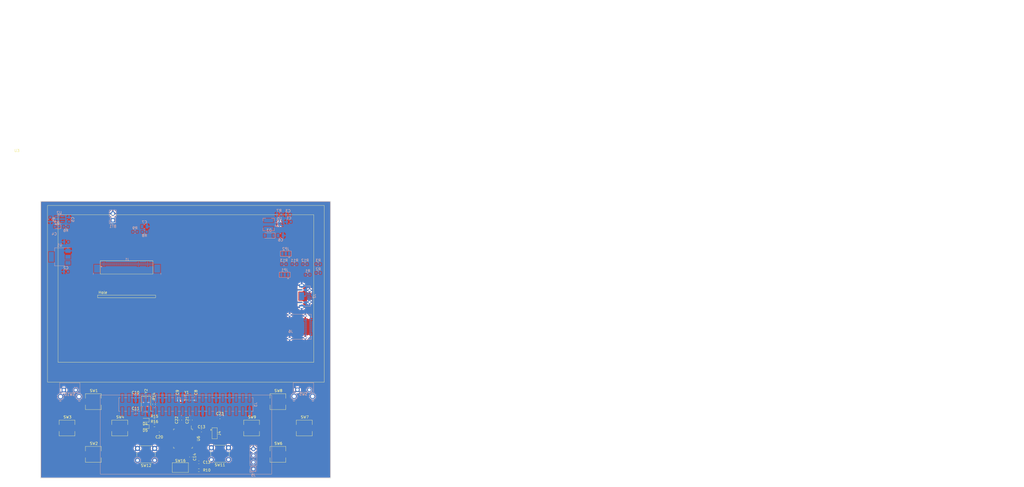
<source format=kicad_pcb>
(kicad_pcb (version 20211014) (generator pcbnew)
  (layers (0 "F.Cu" signal) (1 "In1.Cu" signal) (2 "In2.Cu" signal) (31 "B.Cu" signal) (34 "B.Paste" user) (35 "F.Paste" user) (36 "B.SilkS" user "B.Silkscreen") (37 "F.SilkS" user "F.Silkscreen") (38 "B.Mask" user) (39 "F.Mask" user) (44 "Edge.Cuts" user))
  (net 0 "")
  (net 1 "GND")
  (net 2 "3V7")
  (net 3 "Net-(C3-Pad1)")
  (net 4 "3V3")
  (net 5 "/LED_A")
  (net 6 "/PC14")
  (net 7 "/PC15")
  (net 8 "/PD0")
  (net 9 "/PD1")
  (net 10 "/STM32_RESET")
  (net 11 "Net-(D2-Pad1)")
  (net 12 "5V_USB")
  (net 13 "Net-(D3-Pad2)")
  (net 14 "Net-(D4-Pad1)")
  (net 15 "Net-(D5-Pad1)")
  (net 16 "/LED_K")
  (net 17 "/R6")
  (net 18 "/R7")
  (net 19 "/R2")
  (net 20 "/R3")
  (net 21 "/R4")
  (net 22 "/R5")
  (net 23 "/G6")
  (net 24 "/G7")
  (net 25 "/G2")
  (net 26 "/G3")
  (net 27 "/G4")
  (net 28 "/G5")
  (net 29 "/B6")
  (net 30 "/B7")
  (net 31 "/B2")
  (net 32 "/B3")
  (net 33 "/B4")
  (net 34 "/B5")
  (net 35 "/PCLK")
  (net 36 "/HSYNC")
  (net 37 "/VSYNC")
  (net 38 "/DE")
  (net 44 "Net-(J2-Pad2)")
  (net 45 "Net-(J2-Pad3)")
  (net 46 "/5V0")
  (net 47 "/GPIO27")
  (net 48 "/GPIO22")
  (net 49 "/GPIO23")
  (net 50 "/GPIO24")
  (net 51 "/GPIO25")
  (net 52 "/GPIO26")
  (net 53 "/BOOT0")
  (net 54 "/SWDIO")
  (net 55 "/SWCLK")
  (net 56 "Net-(J6-PadA6)")
  (net 57 "Net-(J6-PadA7)")
  (net 58 "Net-(JP1-Pad2)")
  (net 59 "Net-(JP2-Pad2)")
  (net 60 "/PA11")
  (net 61 "/PA12")
  (net 62 "Net-(R5-Pad2)")
  (net 63 "Net-(R6-Pad2)")
  (net 64 "/PC13")
  (net 65 "/KEY_UP")
  (net 66 "/KEY_DOWN")
  (net 67 "/KEY_LEFT")
  (net 68 "/KEY_RIGHT")
  (net 69 "/LEFT_TRIGGER")
  (net 70 "/KEY_A")
  (net 71 "/KEY_B")
  (net 72 "/KEY_C")
  (net 73 "/KEY_D")
  (net 74 "/RIGHT_TRIGGER")
  (net 75 "/START")
  (net 76 "/SELECT")
  (net 77 "/Backlight_CTRL")
  (footprint "Capacitor_SMD:C_0603_1608Metric" (layer "F.Cu") (at 152.7 139.5 -90)
    (fp_text reference "C14" (at 0 -1.43 90) (layer "F.SilkS"))
    (fp_text value "100nF")
    (pad "1" smd roundrect (at -0.775 0 270) (size 0.9 0.95) (layers "F.Cu" "F.Paste" "F.Mask") (net 4 "3V3"))
    (pad "2" smd roundrect (at 0.775 0 270) (size 0.9 0.95) (layers "F.Cu" "F.Paste" "F.Mask") (net 1 "GND"))
  )
  (footprint "YZ-Connector:SW_TL9210AF180Q" (layer "F.Cu") (at 115.7 138.5)
    (fp_text reference "SW2" (at 0.175 -4.135) (layer "F.SilkS"))
    (fp_text value "SW_Push")
    (pad "1" smd rect (at -3 0) (size 2 1.8) (layers "F.Cu" "F.Paste" "F.Mask") (net 66 "/KEY_DOWN"))
    (pad "2" smd rect (at 3 0) (size 2 1.8) (layers "F.Cu" "F.Paste" "F.Mask") (net 1 "GND"))
  )
  (footprint "Capacitor_SMD:C_0603_1608Metric" (layer "F.Cu") (at 131.7 122.5)
    (fp_text reference "C11" (at 0 -1.43) (layer "F.SilkS"))
    (fp_text value "20p")
    (pad "1" smd roundrect (at -0.775 0) (size 0.9 0.95) (layers "F.Cu" "F.Paste" "F.Mask") (net 1 "GND"))
    (pad "2" smd roundrect (at 0.775 0) (size 0.9 0.95) (layers "F.Cu" "F.Paste" "F.Mask") (net 9 "/PD1"))
  )
  (footprint "Jumper:SolderJumper-3_P1.3mm_Open_Pad1.0x1.5mm" (layer "F.Cu") (at 161.7 130.5 -90)
    (fp_text reference "J4" (at 0 -1.8 90) (layer "F.SilkS"))
    (fp_text value "Conn_01x03")
    (pad "1" smd rect (at -1.3 0 270) (size 1 1.5) (layers "F.Cu" "F.Mask") (net 4 "3V3"))
    (pad "2" smd rect (at 0 0 270) (size 1 1.5) (layers "F.Cu" "F.Mask") (net 53 "/BOOT0"))
    (pad "3" smd rect (at 1.3 0 270) (size 1 1.5) (layers "F.Cu" "F.Mask") (net 1 "GND"))
  )
  (footprint "Capacitor_SMD:C_0603_1608Metric" (layer "F.Cu") (at 156.7 129.5)
    (fp_text reference "C13" (at 0 -1.43) (layer "F.SilkS"))
    (fp_text value "100nF")
    (pad "1" smd roundrect (at -0.775 0) (size 0.9 0.95) (layers "F.Cu" "F.Paste" "F.Mask") (net 4 "3V3"))
    (pad "2" smd roundrect (at 0.775 0) (size 0.9 0.95) (layers "F.Cu" "F.Paste" "F.Mask") (net 1 "GND"))
  )
  (footprint "Capacitor_SMD:C_0603_1608Metric" (layer "F.Cu") (at 131.7 116.5)
    (fp_text reference "C10" (at 0 -1.43) (layer "F.SilkS"))
    (fp_text value "20p")
    (pad "1" smd roundrect (at -0.775 0) (size 0.9 0.95) (layers "F.Cu" "F.Paste" "F.Mask") (net 1 "GND"))
    (pad "2" smd roundrect (at 0.775 0) (size 0.9 0.95) (layers "F.Cu" "F.Paste" "F.Mask") (net 8 "/PD0"))
  )
  (footprint "Resistor_SMD:R_0603_1608Metric" (layer "F.Cu") (at 138.875 127.5)
    (fp_text reference "R16" (at 0 -1.43) (layer "F.SilkS"))
    (fp_text value "510")
    (pad "1" smd roundrect (at -0.825 0) (size 0.8 0.95) (layers "F.Cu" "F.Paste" "F.Mask") (net 15 "Net-(D5-Pad1)"))
    (pad "2" smd roundrect (at 0.825 0) (size 0.8 0.95) (layers "F.Cu" "F.Paste" "F.Mask") (net 64 "/PC13"))
  )
  (footprint "Capacitor_SMD:C_0603_1608Metric" (layer "F.Cu") (at 140.7 130.5 180)
    (fp_text reference "C20" (at 0 -1.43) (layer "F.SilkS"))
    (fp_text value "100nF")
    (pad "1" smd roundrect (at -0.775 0 180) (size 0.9 0.95) (layers "F.Cu" "F.Paste" "F.Mask") (net 4 "3V3"))
    (pad "2" smd roundrect (at 0.775 0 180) (size 0.9 0.95) (layers "F.Cu" "F.Paste" "F.Mask") (net 1 "GND"))
  )
  (footprint "Capacitor_SMD:C_0603_1608Metric" (layer "F.Cu") (at 163.7 124.5)
    (fp_text reference "C23" (at 0 -1.43) (layer "F.SilkS"))
    (fp_text value "100nF")
    (pad "1" smd roundrect (at -0.775 0) (size 0.9 0.95) (layers "F.Cu" "F.Paste" "F.Mask") (net 4 "3V3"))
    (pad "2" smd roundrect (at 0.775 0) (size 0.9 0.95) (layers "F.Cu" "F.Paste" "F.Mask") (net 1 "GND"))
  )
  (footprint "YZ-Connector:SW_TL9210AF180Q" (layer "F.Cu") (at 185.7 138.5)
    (fp_text reference "SW6" (at 0.175 -4.135) (layer "F.SilkS"))
    (fp_text value "SW_Push")
    (pad "1" smd rect (at -3 0) (size 2 1.8) (layers "F.Cu" "F.Paste" "F.Mask") (net 70 "/KEY_A"))
    (pad "2" smd rect (at 3 0) (size 2 1.8) (layers "F.Cu" "F.Paste" "F.Mask") (net 1 "GND"))
  )
  (footprint "Resistor_SMD:R_0603_1608Metric" (layer "F.Cu") (at 155.7 144.5)
    (fp_text reference "R10" (at 3 0) (layer "F.SilkS"))
    (fp_text value "10k")
    (pad "1" smd roundrect (at -0.825 0) (size 0.8 0.95) (layers "F.Cu" "F.Paste" "F.Mask") (net 4 "3V3"))
    (pad "2" smd roundrect (at 0.825 0) (size 0.8 0.95) (layers "F.Cu" "F.Paste" "F.Mask") (net 10 "/STM32_RESET"))
  )
  (footprint "LED_SMD:LED_0603_1608Metric" (layer "F.Cu") (at 135.345 125.5 180)
    (fp_text reference "D4" (at 0 -1.43) (layer "F.SilkS"))
    (fp_text value "LED")
    (pad "1" smd roundrect (at -0.7875 0 180) (size 0.875 0.95) (layers "F.Cu" "F.Paste" "F.Mask") (net 14 "Net-(D4-Pad1)"))
    (pad "2" smd roundrect (at 0.7875 0 180) (size 0.875 0.95) (layers "F.Cu" "F.Paste" "F.Mask") (net 4 "3V3"))
  )
  (footprint "Package_QFP:LQFP-48_7x7mm_P0.5mm" (layer "F.Cu") (at 149.7 132.5 -90)
    (fp_text reference "U6" (at 0 -5.85 90) (layer "F.SilkS"))
    (fp_text value "STM32F103C6T6")
    (pad "1" smd roundrect (at -4.1625 -2.75 270) (size 1.475 0.3) (layers "F.Cu" "F.Paste" "F.Mask") (net 4 "3V3"))
    (pad "2" smd roundrect (at -4.1625 -2.25 270) (size 1.475 0.3) (layers "F.Cu" "F.Paste" "F.Mask") (net 64 "/PC13"))
    (pad "3" smd roundrect (at -4.1625 -1.75 270) (size 1.475 0.3) (layers "F.Cu" "F.Paste" "F.Mask") (net 6 "/PC14"))
    (pad "4" smd roundrect (at -4.1625 -1.25 270) (size 1.475 0.3) (layers "F.Cu" "F.Paste" "F.Mask") (net 7 "/PC15"))
    (pad "5" smd roundrect (at -4.1625 -0.75 270) (size 1.475 0.3) (layers "F.Cu" "F.Paste" "F.Mask") (net 8 "/PD0"))
    (pad "6" smd roundrect (at -4.1625 -0.25 270) (size 1.475 0.3) (layers "F.Cu" "F.Paste" "F.Mask") (net 9 "/PD1"))
    (pad "7" smd roundrect (at -4.1625 0.25 270) (size 1.475 0.3) (layers "F.Cu" "F.Paste" "F.Mask") (net 10 "/STM32_RESET"))
    (pad "8" smd roundrect (at -4.1625 0.75 270) (size 1.475 0.3) (layers "F.Cu" "F.Paste" "F.Mask") (net 1 "GND"))
    (pad "9" smd roundrect (at -4.1625 1.25 270) (size 1.475 0.3) (layers "F.Cu" "F.Paste" "F.Mask") (net 4 "3V3"))
    (pad "10" smd roundrect (at -4.1625 1.75 270) (size 1.475 0.3) (layers "F.Cu" "F.Paste" "F.Mask"))
    (pad "11" smd roundrect (at -4.1625 2.25 270) (size 1.475 0.3) (layers "F.Cu" "F.Paste" "F.Mask"))
    (pad "12" smd roundrect (at -4.1625 2.75 270) (size 1.475 0.3) (layers "F.Cu" "F.Paste" "F.Mask"))
    (pad "13" smd roundrect (at -2.75 4.1625 270) (size 0.3 1.475) (layers "F.Cu" "F.Paste" "F.Mask"))
    (pad "14" smd roundrect (at -2.25 4.1625 270) (size 0.3 1.475) (layers "F.Cu" "F.Paste" "F.Mask"))
    (pad "15" smd roundrect (at -1.75 4.1625 270) (size 0.3 1.475) (layers "F.Cu" "F.Paste" "F.Mask"))
    (pad "16" smd roundrect (at -1.25 4.1625 270) (size 0.3 1.475) (layers "F.Cu" "F.Paste" "F.Mask"))
    (pad "17" smd roundrect (at -0.75 4.1625 270) (size 0.3 1.475) (layers "F.Cu" "F.Paste" "F.Mask"))
    (pad "18" smd roundrect (at -0.25 4.1625 270) (size 0.3 1.475) (layers "F.Cu" "F.Paste" "F.Mask"))
    (pad "19" smd roundrect (at 0.25 4.1625 270) (size 0.3 1.475) (layers "F.Cu" "F.Paste" "F.Mask"))
    (pad "20" smd roundrect (at 0.75 4.1625 270) (size 0.3 1.475) (layers "F.Cu" "F.Paste" "F.Mask"))
    (pad "21" smd roundrect (at 1.25 4.1625 270) (size 0.3 1.475) (layers "F.Cu" "F.Paste" "F.Mask"))
    (pad "22" smd roundrect (at 1.75 4.1625 270) (size 0.3 1.475) (layers "F.Cu" "F.Paste" "F.Mask"))
    (pad "23" smd roundrect (at 2.25 4.1625 270) (size 0.3 1.475) (layers "F.Cu" "F.Paste" "F.Mask") (net 1 "GND"))
    (pad "24" smd roundrect (at 2.75 4.1625 270) (size 0.3 1.475) (layers "F.Cu" "F.Paste" "F.Mask") (net 4 "3V3"))
    (pad "25" smd roundrect (at 4.1625 2.75 270) (size 1.475 0.3) (layers "F.Cu" "F.Paste" "F.Mask"))
    (pad "26" smd roundrect (at 4.1625 2.25 270) (size 1.475 0.3) (layers "F.Cu" "F.Paste" "F.Mask"))
    (pad "27" smd roundrect (at 4.1625 1.75 270) (size 1.475 0.3) (layers "F.Cu" "F.Paste" "F.Mask"))
    (pad "28" smd roundrect (at 4.1625 1.25 270) (size 1.475 0.3) (layers "F.Cu" "F.Paste" "F.Mask"))
    (pad "29" smd roundrect (at 4.1625 0.75 270) (size 1.475 0.3) (layers "F.Cu" "F.Paste" "F.Mask"))
    (pad "30" smd roundrect (at 4.1625 0.25 270) (size 1.475 0.3) (layers "F.Cu" "F.Paste" "F.Mask"))
    (pad "31" smd roundrect (at 4.1625 -0.25 270) (size 1.475 0.3) (layers "F.Cu" "F.Paste" "F.Mask"))
    (pad "32" smd roundrect (at 4.1625 -0.75 270) (size 1.475 0.3) (layers "F.Cu" "F.Paste" "F.Mask") (net 60 "/PA11"))
    (pad "33" smd roundrect (at 4.1625 -1.25 270) (size 1.475 0.3) (layers "F.Cu" "F.Paste" "F.Mask") (net 61 "/PA12"))
    (pad "34" smd roundrect (at 4.1625 -1.75 270) (size 1.475 0.3) (layers "F.Cu" "F.Paste" "F.Mask") (net 54 "/SWDIO"))
    (pad "35" smd roundrect (at 4.1625 -2.25 270) (size 1.475 0.3) (layers "F.Cu" "F.Paste" "F.Mask") (net 1 "GND"))
    (pad "36" smd roundrect (at 4.1625 -2.75 270) (size 1.475 0.3) (layers "F.Cu" "F.Paste" "F.Mask") (net 4 "3V3"))
    (pad "37" smd roundrect (at 2.75 -4.1625 270) (size 0.3 1.475) (layers "F.Cu" "F.Paste" "F.Mask") (net 55 "/SWCLK"))
    (pad "38" smd roundrect (at 2.25 -4.1625 270) (size 0.3 1.475) (layers "F.Cu" "F.Paste" "F.Mask"))
    (pad "39" smd roundrect (at 1.75 -4.1625 270) (size 0.3 1.475) (layers "F.Cu" "F.Paste" "F.Mask"))
    (pad "40" smd roundrect (at 1.25 -4.1625 270) (size 0.3 1.475) (layers "F.Cu" "F.Paste" "F.Mask"))
    (pad "41" smd roundrect (at 0.75 -4.1625 270) (size 0.3 1.475) (layers "F.Cu" "F.Paste" "F.Mask"))
    (pad "42" smd roundrect (at 0.25 -4.1625 270) (size 0.3 1.475) (layers "F.Cu" "F.Paste" "F.Mask"))
    (pad "43" smd roundrect (at -0.25 -4.1625 270) (size 0.3 1.475) (layers "F.Cu" "F.Paste" "F.Mask"))
    (pad "44" smd roundrect (at -0.75 -4.1625 270) (size 0.3 1.475) (layers "F.Cu" "F.Paste" "F.Mask") (net 53 "/BOOT0"))
    (pad "45" smd roundrect (at -1.25 -4.1625 270) (size 0.3 1.475) (layers "F.Cu" "F.Paste" "F.Mask"))
    (pad "46" smd roundrect (at -1.75 -4.1625 270) (size 0.3 1.475) (layers "F.Cu" "F.Paste" "F.Mask"))
    (pad "47" smd roundrect (at -2.25 -4.1625 270) (size 0.3 1.475) (layers "F.Cu" "F.Paste" "F.Mask") (net 1 "GND"))
    (pad "48" smd roundrect (at -2.75 -4.1625 270) (size 0.3 1.475) (layers "F.Cu" "F.Paste" "F.Mask") (net 4 "3V3"))
  )
  (footprint "Crystal:Crystal_SMD_5032-2Pin_5.0x3.2mm" (layer "F.Cu") (at 135.7 119.5 -90)
    (fp_text reference "Y2" (at -5 0 90) (layer "F.SilkS"))
    (fp_text value "8M")
    (pad "1" smd rect (at -1.85 0 270) (size 2 2.4) (layers "F.Cu" "F.Paste" "F.Mask") (net 8 "/PD0"))
    (pad "2" smd rect (at 1.85 0 270) (size 2 2.4) (layers "F.Cu" "F.Paste" "F.Mask") (net 9 "/PD1"))
  )
  (footprint "Resistor_SMD:R_0603_1608Metric" (layer "F.Cu") (at 138.875 125.5)
    (fp_text reference "R15" (at 0 -1.43) (layer "F.SilkS"))
    (fp_text value "510")
    (pad "1" smd roundrect (at -0.825 0) (size 0.8 0.95) (layers "F.Cu" "F.Paste" "F.Mask") (net 14 "Net-(D4-Pad1)"))
    (pad "2" smd roundrect (at 0.825 0) (size 0.8 0.95) (layers "F.Cu" "F.Paste" "F.Mask") (net 1 "GND"))
  )
  (footprint "YZ-Connector:SW_TL9210AF180Q" (layer "F.Cu") (at 195.7 128.5)
    (fp_text reference "SW7" (at 0.175 -4.135) (layer "F.SilkS"))
    (fp_text value "SW_Push")
    (pad "1" smd rect (at -3 0) (size 2 1.8) (layers "F.Cu" "F.Paste" "F.Mask") (net 71 "/KEY_B"))
    (pad "2" smd rect (at 3 0) (size 2 1.8) (layers "F.Cu" "F.Paste" "F.Mask") (net 1 "GND"))
  )
  (footprint "LED_SMD:LED_0603_1608Metric" (layer "F.Cu") (at 135.345 127.97 180)
    (fp_text reference "D5" (at 0 -1.43) (layer "F.SilkS"))
    (fp_text value "LED")
    (pad "1" smd roundrect (at -0.7875 0 180) (size 0.875 0.95) (layers "F.Cu" "F.Paste" "F.Mask") (net 15 "Net-(D5-Pad1)"))
    (pad "2" smd roundrect (at 0.7875 0 180) (size 0.875 0.95) (layers "F.Cu" "F.Paste" "F.Mask") (net 4 "3V3"))
  )
  (footprint "Capacitor_SMD:C_0603_1608Metric" (layer "F.Cu") (at 148.1 118 90)
    (fp_text reference "C9" (at 3 -0.51 90) (layer "F.SilkS"))
    (fp_text value "20p")
    (pad "1" smd roundrect (at -0.775 0 90) (size 0.9 0.95) (layers "F.Cu" "F.Paste" "F.Mask") (net 1 "GND"))
    (pad "2" smd roundrect (at 0.775 0 90) (size 0.9 0.95) (layers "F.Cu" "F.Paste" "F.Mask") (net 7 "/PC15"))
  )
  (footprint "YZ-Connector:SW_PUSH_6mm_H5mm" (layer "F.Cu") (at 166.95 140.5 180)
    (fp_text reference "SW11" (at 3.25 -2) (layer "F.SilkS"))
    (fp_text value "SW_Push")
    (pad "1" thru_hole circle (at 6.5 0 270) (size 2 2) (drill 1.1) (layers *.Cu *.Mask) (net 75 "/START"))
    (pad "1" thru_hole circle (at 0 0 270) (size 2 2) (drill 1.1) (layers *.Cu *.Mask) (net 75 "/START"))
    (pad "2" thru_hole circle (at 0 4.5 270) (size 2 2) (drill 1.1) (layers *.Cu *.Mask) (net 1 "GND"))
    (pad "2" thru_hole circle (at 6.5 4.5 270) (size 2 2) (drill 1.1) (layers *.Cu *.Mask) (net 1 "GND"))
  )
  (footprint "YZ-Connector:SW_TL9210AF180Q" (layer "F.Cu") (at 125.7 128.5)
    (fp_text reference "SW4" (at 0.175 -4.135) (layer "F.SilkS"))
    (fp_text value "SW_Push")
    (pad "1" smd rect (at -3 0) (size 2 1.8) (layers "F.Cu" "F.Paste" "F.Mask") (net 68 "/KEY_RIGHT"))
    (pad "2" smd rect (at 3 0) (size 2 1.8) (layers "F.Cu" "F.Paste" "F.Mask") (net 1 "GND"))
  )
  (footprint "YZ-Connector:SW_TL9210AF180Q" (layer "F.Cu") (at 115.7 118.5)
    (fp_text reference "SW1" (at 0.175 -4.135) (layer "F.SilkS"))
    (fp_text value "SW_Push")
    (pad "1" smd rect (at -3 0) (size 2 1.8) (layers "F.Cu" "F.Paste" "F.Mask") (net 65 "/KEY_UP"))
    (pad "2" smd rect (at 3 0) (size 2 1.8) (layers "F.Cu" "F.Paste" "F.Mask") (net 1 "GND"))
  )
  (footprint "Button_Switch_SMD:SW_SPST_CK_RS282G05A3" (layer "F.Cu") (at 148.7 143.5)
    (fp_text reference "SW16" (at 0 -2.6) (layer "F.SilkS"))
    (fp_text value "SW_Push_Open")
    (pad "1" smd rect (at -3.9 0) (size 1.5 1.5) (layers "F.Cu" "F.Paste" "F.Mask") (net 1 "GND"))
    (pad "2" smd rect (at 3.9 0) (size 1.5 1.5) (layers "F.Cu" "F.Paste" "F.Mask") (net 4 "3V3"))
  )
  (footprint "Capacitor_SMD:C_0603_1608Metric" (layer "F.Cu") (at 152.7 125.5 90)
    (fp_text reference "C21" (at 0 -1.43 90) (layer "F.SilkS"))
    (fp_text value "100nF")
    (pad "1" smd roundrect (at -0.775 0 90) (size 0.9 0.95) (layers "F.Cu" "F.Paste" "F.Mask") (net 4 "3V3"))
    (pad "2" smd roundrect (at 0.775 0 90) (size 0.9 0.95) (layers "F.Cu" "F.Paste" "F.Mask") (net 1 "GND"))
  )
  (footprint "Capacitor_SMD:C_0603_1608Metric" (layer "F.Cu") (at 155.7 141.5 180)
    (fp_text reference "C12" (at -3 0) (layer "F.SilkS"))
    (fp_text value "1uF")
    (pad "1" smd roundrect (at -0.775 0 180) (size 0.9 0.95) (layers "F.Cu" "F.Paste" "F.Mask") (net 10 "/STM32_RESET"))
    (pad "2" smd roundrect (at 0.775 0 180) (size 0.9 0.95) (layers "F.Cu" "F.Paste" "F.Mask") (net 1 "GND"))
  )
  (footprint "YZ-Connector:SW_TL9210AF180Q" (layer "F.Cu") (at 175.7 128.5)
    (fp_text reference "SW9" (at 0.175 -4.135) (layer "F.SilkS"))
    (fp_text value "SW_Push")
    (pad "1" smd rect (at -3 0) (size 2 1.8) (layers "F.Cu" "F.Paste" "F.Mask") (net 73 "/KEY_D"))
    (pad "2" smd rect (at 3 0) (size 2 1.8) (layers "F.Cu" "F.Paste" "F.Mask") (net 1 "GND"))
  )
  (footprint "YZ-LOGO:Display-position" (layer "F.Cu") (at 98.295 44.095)
    (fp_text reference "U3" (at -11.6 -20.8 unlocked) (layer "F.SilkS"))
    (fp_text value "Display-position")
    (fp_text user "Hole" (at 21 33 unlocked) (layer "F.SilkS"))
  )
  (footprint "YZ-Connector:SW_TL9210AF180Q" (layer "F.Cu") (at 185.7 118.5)
    (fp_text reference "SW8" (at 0.175 -4.135) (layer "F.SilkS"))
    (fp_text value "SW_Push")
    (pad "1" smd rect (at -3 0) (size 2 1.8) (layers "F.Cu" "F.Paste" "F.Mask") (net 72 "/KEY_C"))
    (pad "2" smd rect (at 3 0) (size 2 1.8) (layers "F.Cu" "F.Paste" "F.Mask") (net 1 "GND"))
  )
  (footprint "YZ-Connector:SW_TL9210AF180Q" (layer "F.Cu") (at 105.7 128.5)
    (fp_text reference "SW3" (at 0.175 -4.135) (layer "F.SilkS"))
    (fp_text value "SW_Push")
    (pad "1" smd rect (at -3 0) (size 2 1.8) (layers "F.Cu" "F.Paste" "F.Mask") (net 67 "/KEY_LEFT"))
    (pad "2" smd rect (at 3 0) (size 2 1.8) (layers "F.Cu" "F.Paste" "F.Mask") (net 1 "GND"))
  )
  (footprint "Resistor_SMD:R_0603_1608Metric" (layer "F.Cu") (at 138.7 119.5 90)
    (fp_text reference "R14" (at 3 0 90) (layer "F.SilkS"))
    (fp_text value "1M")
    (pad "1" smd roundrect (at -0.825 0 90) (size 0.8 0.95) (layers "F.Cu" "F.Paste" "F.Mask") (net 9 "/PD1"))
    (pad "2" smd roundrect (at 0.825 0 90) (size 0.8 0.95) (layers "F.Cu" "F.Paste" "F.Mask") (net 8 "/PD0"))
  )
  (footprint "Crystal:Crystal_SMD_3215-2Pin_3.2x1.5mm" (layer "F.Cu") (at 151.1 117)
    (fp_text reference "Y1" (at 0 -2) (layer "F.SilkS"))
    (fp_text value "32.768k")
    (pad "1" smd rect (at 1.25 0) (size 1 1.8) (layers "F.Cu" "F.Paste" "F.Mask") (net 6 "/PC14"))
    (pad "2" smd rect (at -1.25 0) (size 1 1.8) (layers "F.Cu" "F.Paste" "F.Mask") (net 7 "/PC15"))
  )
  (footprint "Capacitor_SMD:C_0603_1608Metric" (layer "F.Cu") (at 154.1 118 90)
    (fp_text reference "C8" (at 3 0.51 90) (layer "F.SilkS"))
    (fp_text value "20p")
    (pad "1" smd roundrect (at -0.775 0 90) (size 0.9 0.95) (layers "F.Cu" "F.Paste" "F.Mask") (net 1 "GND"))
    (pad "2" smd roundrect (at 0.775 0 90) (size 0.9 0.95) (layers "F.Cu" "F.Paste" "F.Mask") (net 6 "/PC14"))
  )
  (footprint "YZ-Connector:SW_PUSH_6mm_H5mm" (layer "F.Cu") (at 138.95 140.75 180)
    (fp_text reference "SW12" (at 3.25 -2) (layer "F.SilkS"))
    (fp_text value "SW_Push")
    (pad "1" thru_hole circle (at 6.5 0 270) (size 2 2) (drill 1.1) (layers *.Cu *.Mask) (net 76 "/SELECT"))
    (pad "1" thru_hole circle (at 0 0 270) (size 2 2) (drill 1.1) (layers *.Cu *.Mask) (net 76 "/SELECT"))
    (pad "2" thru_hole circle (at 0 4.5 270) (size 2 2) (drill 1.1) (layers *.Cu *.Mask) (net 1 "GND"))
    (pad "2" thru_hole circle (at 6.5 4.5 270) (size 2 2) (drill 1.1) (layers *.Cu *.Mask) (net 1 "GND"))
  )
  (footprint "Capacitor_SMD:C_0603_1608Metric" (layer "F.Cu") (at 148.7 125.5 90)
    (fp_text reference "C22" (at 0 -1.43 90) (layer "F.SilkS"))
    (fp_text value "100nF")
    (pad "1" smd roundrect (at -0.775 0 90) (size 0.9 0.95) (layers "F.Cu" "F.Paste" "F.Mask") (net 4 "3V3"))
    (pad "2" smd roundrect (at 0.775 0 90) (size 0.9 0.95) (layers "F.Cu" "F.Paste" "F.Mask") (net 1 "GND"))
  )
  (footprint "Button_Switch_THT:SW_Tactile_SPST_Angled_PTS645Vx83-2LFS" (layer "B.Cu") (at 109 114.1 180)
    (fp_text reference "SW10" (at 2.25 -1.68) (layer "B.SilkS") (effects (justify mirror)))
    (fp_text value "SW_Push")
    (pad "" thru_hole circle (at -1.25 -2.49 180) (size 2.1 2.1) (drill 1.3) (layers *.Cu *.Mask))
    (pad "" thru_hole circle (at 5.76 -2.49 180) (size 2.1 2.1) (drill 1.3) (layers *.Cu *.Mask))
    (pad "1" thru_hole circle (at 0 0 180) (size 1.75 1.75) (drill 0.99) (layers *.Cu *.Mask) (net 74 "/RIGHT_TRIGGER"))
    (pad "2" thru_hole circle (at 4.5 0 180) (size 1.75 1.75) (drill 0.99) (layers *.Cu *.Mask) (net 1 "GND"))
  )
  (footprint "Resistor_SMD:R_0603_1608Metric" (layer "B.Cu") (at 196.98 70.38 180)
    (fp_text reference "R1" (at 0 1.43) (layer "B.SilkS") (effects (justify mirror)))
    (fp_text value "20")
    (pad "1" smd roundrect (at -0.825 0 180) (size 0.8 0.95) (layers "B.Cu" "B.Paste" "B.Mask") (net 57 "Net-(J6-PadA7)"))
    (pad "2" smd roundrect (at 0.825 0 180) (size 0.8 0.95) (layers "B.Cu" "B.Paste" "B.Mask") (net 60 "/PA11"))
  )
  (footprint "Resistor_SMD:R_0603_1608Metric" (layer "B.Cu") (at 105.2625 52.15)
    (fp_text reference "R6" (at 0 1.43) (layer "B.SilkS") (effects (justify mirror)))
    (fp_text value "1K")
    (pad "1" smd roundrect (at -0.825 0) (size 0.8 0.95) (layers "B.Cu" "B.Paste" "B.Mask") (net 11 "Net-(D2-Pad1)"))
    (pad "2" smd roundrect (at 0.825 0) (size 0.8 0.95) (layers "B.Cu" "B.Paste" "B.Mask") (net 63 "Net-(R6-Pad2)"))
  )
  (footprint "Capacitor_SMD:C_0805_2012Metric" (layer "B.Cu") (at 135.1 52.1 180)
    (fp_text reference "C7" (at 0 1.68) (layer "B.SilkS") (effects (justify mirror)))
    (fp_text value "1uF")
    (pad "1" smd roundrect (at -0.95 0 180) (size 1 1.45) (layers "B.Cu" "B.Paste" "B.Mask") (net 1 "GND"))
    (pad "2" smd roundrect (at 0.95 0 180) (size 1 1.45) (layers "B.Cu" "B.Paste" "B.Mask") (net 4 "3V3"))
  )
  (footprint "Package_TO_SOT_SMD:SOT-23-5" (layer "B.Cu") (at 102.7625 49.25 180)
    (fp_text reference "U2" (at 0 2.4) (layer "B.SilkS") (effects (justify mirror)))
    (fp_text value "MCP73831-2-OT")
    (pad "1" smd roundrect (at -1.1375 0.95 180) (size 1.325 0.6) (layers "B.Cu" "B.Paste" "B.Mask") (net 63 "Net-(R6-Pad2)"))
    (pad "2" smd roundrect (at -1.1375 0 180) (size 1.325 0.6) (layers "B.Cu" "B.Paste" "B.Mask") (net 1 "GND"))
    (pad "3" smd roundrect (at -1.1375 -0.95 180) (size 1.325 0.6) (layers "B.Cu" "B.Paste" "B.Mask") (net 2 "3V7"))
    (pad "4" smd roundrect (at 1.1375 -0.95 180) (size 1.325 0.6) (layers "B.Cu" "B.Paste" "B.Mask") (net 12 "5V_USB"))
    (pad "5" smd roundrect (at 1.1375 0.95 180) (size 1.325 0.6) (layers "B.Cu" "B.Paste" "B.Mask") (net 62 "Net-(R5-Pad2)"))
  )
  (footprint "YZ-Connector:PinHeader_2x20_P2.54mm_Vertical_PTH" (layer "B.Cu") (at 150.8 119.6 90)
    (fp_text reference "J3" (at 0 26.46 90) (layer "B.SilkS") (effects (justify mirror)))
    (fp_text value "40HAT")
    (pad "1" smd rect (at -2.525 -24.13 90) (size 3.15 1) (layers "B.Cu" "B.Paste" "B.Mask") (net 4 "3V3"))
    (pad "2" smd rect (at 2.525 -24.13 90) (size 3.15 1) (layers "B.Cu" "B.Paste" "B.Mask") (net 46 "/5V0"))
    (pad "3" smd rect (at -2.525 -21.59 270) (size 3.15 1) (layers "B.Cu" "B.Paste" "B.Mask") (net 37 "/VSYNC"))
    (pad "4" smd rect (at 2.525 -21.59 270) (size 3.15 1) (layers "B.Cu" "B.Paste" "B.Mask") (net 46 "/5V0"))
    (pad "5" smd rect (at -2.525 -19.05 270) (size 3.15 1) (layers "B.Cu" "B.Paste" "B.Mask") (net 36 "/HSYNC"))
    (pad "6" smd rect (at 2.525 -19.05 270) (size 3.15 1) (layers "B.Cu" "B.Paste" "B.Mask") (net 1 "GND"))
    (pad "7" smd rect (at -2.525 -16.51 270) (size 3.15 1) (layers "B.Cu" "B.Paste" "B.Mask") (net 31 "/B2"))
    (pad "8" smd rect (at 2.525 -16.51 270) (size 3.15 1) (layers "B.Cu" "B.Paste" "B.Mask") (net 23 "/G6"))
    (pad "9" smd rect (at -2.525 -13.97 270) (size 3.15 1) (layers "B.Cu" "B.Paste" "B.Mask") (net 1 "GND"))
    (pad "10" smd rect (at 2.525 -13.97 270) (size 3.15 1) (layers "B.Cu" "B.Paste" "B.Mask") (net 24 "/G7"))
    (pad "11" smd rect (at -2.525 -11.43 270) (size 3.15 1) (layers "B.Cu" "B.Paste" "B.Mask") (net 20 "/R3"))
    (pad "12" smd rect (at 2.525 -11.43 270) (size 3.15 1) (layers "B.Cu" "B.Paste" "B.Mask") (net 21 "/R4"))
    (pad "13" smd rect (at -2.525 -8.89 270) (size 3.15 1) (layers "B.Cu" "B.Paste" "B.Mask") (net 47 "/GPIO27"))
    (pad "14" smd rect (at 2.525 -8.89 270) (size 3.15 1) (layers "B.Cu" "B.Paste" "B.Mask") (net 1 "GND"))
    (pad "15" smd rect (at -2.525 -6.35 270) (size 3.15 1) (layers "B.Cu" "B.Paste" "B.Mask") (net 48 "/GPIO22"))
    (pad "16" smd rect (at 2.525 -6.35 270) (size 3.15 1) (layers "B.Cu" "B.Paste" "B.Mask") (net 49 "/GPIO23"))
    (pad "17" smd rect (at -2.525 -3.81 270) (size 3.15 1) (layers "B.Cu" "B.Paste" "B.Mask") (net 4 "3V3"))
    (pad "18" smd rect (at 2.525 -3.81 270) (size 3.15 1) (layers "B.Cu" "B.Paste" "B.Mask") (net 50 "/GPIO24"))
    (pad "19" smd rect (at -2.525 -1.27 270) (size 3.15 1) (layers "B.Cu" "B.Paste" "B.Mask") (net 25 "/G2"))
    (pad "20" smd rect (at 2.525 -1.27 270) (size 3.15 1) (layers "B.Cu" "B.Paste" "B.Mask") (net 1 "GND"))
    (pad "21" smd rect (at -2.525 1.27 270) (size 3.15 1) (layers "B.Cu" "B.Paste" "B.Mask") (net 30 "/B7"))
    (pad "22" smd rect (at 2.525 1.27 270) (size 3.15 1) (layers "B.Cu" "B.Paste" "B.Mask") (net 51 "/GPIO25"))
    (pad "23" smd rect (at -2.525 3.81 270) (size 3.15 1) (layers "B.Cu" "B.Paste" "B.Mask") (net 26 "/G3"))
    (pad "24" smd rect (at 2.525 3.81 270) (size 3.15 1) (layers "B.Cu" "B.Paste" "B.Mask") (net 29 "/B6"))
    (pad "25" smd rect (at -2.525 6.35 270) (size 3.15 1) (layers "B.Cu" "B.Paste" "B.Mask") (net 1 "GND"))
    (pad "26" smd rect (at 2.525 6.35 270) (size 3.15 1) (layers "B.Cu" "B.Paste" "B.Mask") (net 34 "/B5"))
    (pad "27" smd rect (at -2.525 8.89 270) (size 3.15 1) (layers "B.Cu" "B.Paste" "B.Mask") (net 35 "/PCLK"))
    (pad "28" smd rect (at 2.525 8.89 270) (size 3.15 1) (layers "B.Cu" "B.Paste" "B.Mask") (net 38 "/DE"))
    (pad "29" smd rect (at -2.525 11.43 270) (size 3.15 1) (layers "B.Cu" "B.Paste" "B.Mask") (net 32 "/B3"))
    (pad "30" smd rect (at 2.525 11.43 270) (size 3.15 1) (layers "B.Cu" "B.Paste" "B.Mask") (net 1 "GND"))
    (pad "31" smd rect (at -2.525 13.97 270) (size 3.15 1) (layers "B.Cu" "B.Paste" "B.Mask") (net 33 "/B4"))
    (pad "32" smd rect (at 2.525 13.97 270) (size 3.15 1) (layers "B.Cu" "B.Paste" "B.Mask") (net 27 "/G4"))
    (pad "33" smd rect (at -2.525 16.51 270) (size 3.15 1) (layers "B.Cu" "B.Paste" "B.Mask") (net 28 "/G5"))
    (pad "34" smd rect (at 2.525 16.51 270) (size 3.15 1) (layers "B.Cu" "B.Paste" "B.Mask") (net 1 "GND"))
    (pad "35" smd rect (at -2.525 19.05 270) (size 3.15 1) (layers "B.Cu" "B.Paste" "B.Mask") (net 22 "/R5"))
    (pad "36" smd rect (at 2.525 19.05 270) (size 3.15 1) (layers "B.Cu" "B.Paste" "B.Mask") (net 19 "/R2"))
    (pad "37" smd rect (at -2.525 21.59 270) (size 3.15 1) (layers "B.Cu" "B.Paste" "B.Mask") (net 52 "/GPIO26"))
    (pad "38" smd rect (at 2.525 21.59 270) (size 3.15 1) (layers "B.Cu" "B.Paste" "B.Mask") (net 17 "/R6"))
    (pad "39" smd rect (at -2.525 24.13 270) (size 3.15 1) (layers "B.Cu" "B.Paste" "B.Mask") (net 1 "GND"))
    (pad "40" smd rect (at 2.525 24.13 270) (size 3.15 1) (layers "B.Cu" "B.Paste" "B.Mask") (net 18 "/R7"))
  )
  (footprint "Diode_SMD:D_SOD-123" (layer "B.Cu") (at 182.35 55.5 180)
    (fp_text reference "D3" (at 0 2) (layer "B.SilkS") (effects (justify mirror)))
    (fp_text value "500mA")
    (pad "1" smd rect (at -1.65 0 180) (size 0.9 1.2) (layers "B.Cu" "B.Paste" "B.Mask") (net 5 "/LED_A"))
    (pad "2" smd rect (at 1.65 0 180) (size 0.9 1.2) (layers "B.Cu" "B.Paste" "B.Mask") (net 13 "Net-(D3-Pad2)"))
  )
  (footprint "Capacitor_SMD:C_0603_1608Metric" (layer "B.Cu") (at 105.3 69.2 180)
    (fp_text reference "C2" (at 0 1.43) (layer "B.SilkS") (effects (justify mirror)))
    (fp_text value "1uF")
    (pad "1" smd roundrect (at -0.775 0 180) (size 0.9 0.95) (layers "B.Cu" "B.Paste" "B.Mask") (net 2 "3V7"))
    (pad "2" smd roundrect (at 0.775 0 180) (size 0.9 0.95) (layers "B.Cu" "B.Paste" "B.Mask") (net 1 "GND"))
  )
  (footprint "Resistor_SMD:R_0603_1608Metric" (layer "B.Cu") (at 191.98 66.38 180)
    (fp_text reference "R11" (at 0 1.43) (layer "B.SilkS") (effects (justify mirror)))
    (fp_text value "20")
    (pad "1" smd roundrect (at -0.825 0 180) (size 0.8 0.95) (layers "B.Cu" "B.Paste" "B.Mask") (net 45 "Net-(J2-Pad3)"))
    (pad "2" smd roundrect (at 0.825 0 180) (size 0.8 0.95) (layers "B.Cu" "B.Paste" "B.Mask") (net 61 "/PA12"))
  )
  (footprint "Connector_PinHeader_2.54mm:PinHeader_1x02_P2.54mm_Vertical" (layer "B.Cu") (at 123.1 49.7)
    (fp_text reference "BT1" (at 0 2.33) (layer "B.SilkS") (effects (justify mirror)))
    (fp_text value "Battery_Cell")
    (pad "1" thru_hole rect (at 0 0) (size 1.7 1.7) (drill 1) (layers *.Cu *.Mask) (net 2 "3V7"))
    (pad "2" thru_hole oval (at 0 -2.54) (size 1.7 1.7) (drill 1) (layers *.Cu *.Mask) (net 1 "GND"))
  )
  (footprint "YZ-Connector:TE_4-1734839-0_1x40-1MP_P0.5mm_Horizontal" (layer "B.Cu") (at 128.5 67.7 180)
    (fp_text reference "J1" (at 0 3.1) (layer "B.SilkS") (effects (justify mirror)))
    (fp_text value "Conn_01x40")
    (pad "1" smd rect (at 9.75 1.35 180) (size 0.3 1.1) (layers "B.Cu" "B.Paste" "B.Mask") (net 16 "/LED_K"))
    (pad "2" smd rect (at 9.25 1.35 180) (size 0.3 1.1) (layers "B.Cu" "B.Paste" "B.Mask") (net 5 "/LED_A"))
    (pad "3" smd rect (at 8.75 1.35 180) (size 0.3 1.1) (layers "B.Cu" "B.Paste" "B.Mask") (net 1 "GND"))
    (pad "4" smd rect (at 8.25 1.35 180) (size 0.3 1.1) (layers "B.Cu" "B.Paste" "B.Mask") (net 4 "3V3"))
    (pad "5" smd rect (at 7.75 1.35 180) (size 0.3 1.1) (layers "B.Cu" "B.Paste" "B.Mask") (net 17 "/R6"))
    (pad "6" smd rect (at 7.25 1.35 180) (size 0.3 1.1) (layers "B.Cu" "B.Paste" "B.Mask") (net 18 "/R7"))
    (pad "7" smd rect (at 6.75 1.35 180) (size 0.3 1.1) (layers "B.Cu" "B.Paste" "B.Mask") (net 19 "/R2"))
    (pad "8" smd rect (at 6.25 1.35 180) (size 0.3 1.1) (layers "B.Cu" "B.Paste" "B.Mask") (net 20 "/R3"))
    (pad "9" smd rect (at 5.75 1.35 180) (size 0.3 1.1) (layers "B.Cu" "B.Paste" "B.Mask") (net 21 "/R4"))
    (pad "10" smd rect (at 5.25 1.35 180) (size 0.3 1.1) (layers "B.Cu" "B.Paste" "B.Mask") (net 22 "/R5"))
    (pad "11" smd rect (at 4.75 1.35 180) (size 0.3 1.1) (layers "B.Cu" "B.Paste" "B.Mask") (net 17 "/R6"))
    (pad "12" smd rect (at 4.25 1.35 180) (size 0.3 1.1) (layers "B.Cu" "B.Paste" "B.Mask") (net 18 "/R7"))
    (pad "13" smd rect (at 3.75 1.35 180) (size 0.3 1.1) (layers "B.Cu" "B.Paste" "B.Mask") (net 23 "/G6"))
    (pad "14" smd rect (at 3.25 1.35 180) (size 0.3 1.1) (layers "B.Cu" "B.Paste" "B.Mask") (net 24 "/G7"))
    (pad "15" smd rect (at 2.75 1.35 180) (size 0.3 1.1) (layers "B.Cu" "B.Paste" "B.Mask") (net 25 "/G2"))
    (pad "16" smd rect (at 2.25 1.35 180) (size 0.3 1.1) (layers "B.Cu" "B.Paste" "B.Mask") (net 26 "/G3"))
    (pad "17" smd rect (at 1.75 1.35 180) (size 0.3 1.1) (layers "B.Cu" "B.Paste" "B.Mask") (net 27 "/G4"))
    (pad "18" smd rect (at 1.25 1.35 180) (size 0.3 1.1) (layers "B.Cu" "B.Paste" "B.Mask") (net 28 "/G5"))
    (pad "19" smd rect (at 0.75 1.35 180) (size 0.3 1.1) (layers "B.Cu" "B.Paste" "B.Mask") (net 23 "/G6"))
    (pad "20" smd rect (at 0.25 1.35 180) (size 0.3 1.1) (layers "B.Cu" "B.Paste" "B.Mask") (net 24 "/G7"))
    (pad "21" smd rect (at -0.25 1.35 180) (size 0.3 1.1) (layers "B.Cu" "B.Paste" "B.Mask") (net 29 "/B6"))
    (pad "22" smd rect (at -0.75 1.35 180) (size 0.3 1.1) (layers "B.Cu" "B.Paste" "B.Mask") (net 30 "/B7"))
    (pad "23" smd rect (at -1.25 1.35 180) (size 0.3 1.1) (layers "B.Cu" "B.Paste" "B.Mask") (net 31 "/B2"))
    (pad "24" smd rect (at -1.75 1.35 180) (size 0.3 1.1) (layers "B.Cu" "B.Paste" "B.Mask") (net 32 "/B3"))
    (pad "25" smd rect (at -2.25 1.35 180) (size 0.3 1.1) (layers "B.Cu" "B.Paste" "B.Mask") (net 33 "/B4"))
    (pad "26" smd rect (at -2.75 1.35 180) (size 0.3 1.1) (layers "B.Cu" "B.Paste" "B.Mask") (net 34 "/B5"))
    (pad "27" smd rect (at -3.25 1.35 180) (size 0.3 1.1) (layers "B.Cu" "B.Paste" "B.Mask") (net 29 "/B6"))
    (pad "28" smd rect (at -3.75 1.35 180) (size 0.3 1.1) (layers "B.Cu" "B.Paste" "B.Mask") (net 30 "/B7"))
    (pad "29" smd rect (at -4.25 1.35 180) (size 0.3 1.1) (layers "B.Cu" "B.Paste" "B.Mask") (net 1 "GND"))
    (pad "30" smd rect (at -4.75 1.35 180) (size 0.3 1.1) (layers "B.Cu" "B.Paste" "B.Mask") (net 35 "/PCLK"))
    (pad "31" smd rect (at -5.25 1.35 180) (size 0.3 1.1) (layers "B.Cu" "B.Paste" "B.Mask") (net 4 "3V3"))
    (pad "32" smd rect (at -5.75 1.35 180) (size 0.3 1.1) (layers "B.Cu" "B.Paste" "B.Mask") (net 36 "/HSYNC"))
    (pad "33" smd rect (at -6.25 1.35 180) (size 0.3 1.1) (layers "B.Cu" "B.Paste" "B.Mask") (net 37 "/VSYNC"))
    (pad "34" smd rect (at -6.75 1.35 180) (size 0.3 1.1) (layers "B.Cu" "B.Paste" "B.Mask") (net 38 "/DE"))
    (pad "35" smd rect (at -7.25 1.35 180) (size 0.3 1.1) (layers "B.Cu" "B.Paste" "B.Mask"))
    (pad "36" smd rect (at -7.75 1.35 180) (size 0.3 1.1) (layers "B.Cu" "B.Paste" "B.Mask") (net 1 "GND"))
    (pad "37" smd rect (at -8.25 1.35 180) (size 0.3 1.1) (layers "B.Cu" "B.Paste" "B.Mask"))
    (pad "38" smd rect (at -8.75 1.35 180) (size 0.3 1.1) (layers "B.Cu" "B.Paste" "B.Mask"))
    (pad "39" smd rect (at -9.25 1.35 180) (size 0.3 1.1) (layers "B.Cu" "B.Paste" "B.Mask"))
    (pad "40" smd rect (at -9.75 1.35 180) (size 0.3 1.1) (layers "B.Cu" "B.Paste" "B.Mask"))
    (pad "MP" smd rect (at 11.42 -0.35 180) (size 2.3 3.1) (layers "B.Cu" "B.Paste" "B.Mask"))
    (pad "MP" smd rect (at -11.42 -0.35 180) (size 2.3 3.1) (layers "B.Cu" "B.Paste" "B.Mask"))
  )
  (footprint "Capacitor_SMD:C_0603_1608Metric" (layer "B.Cu") (at 106.4625 49.425 90)
    (fp_text reference "C5" (at 0 1.43 90) (layer "B.SilkS") (effects (justify mirror)))
    (fp_text value "1uF")
    (pad "1" smd roundrect (at -0.775 0 90) (size 0.9 0.95) (layers "B.Cu" "B.Paste" "B.Mask") (net 2 "3V7"))
    (pad "2" smd roundrect (at 0.775 0 90) (size 0.9 0.95) (layers "B.Cu" "B.Paste" "B.Mask") (net 1 "GND"))
  )
  (footprint "Resistor_SMD:R_0603_1608Metric" (layer "B.Cu") (at 99.3625 49.425 90)
    (fp_text reference "R5" (at 0 1.43 90) (layer "B.SilkS") (effects (justify mirror)))
    (fp_text value "2K")
    (pad "1" smd roundrect (at -0.825 0 90) (size 0.8 0.95) (layers "B.Cu" "B.Paste" "B.Mask") (net 1 "GND"))
    (pad "2" smd roundrect (at 0.825 0 90) (size 0.8 0.95) (layers "B.Cu" "B.Paste" "B.Mask") (net 62 "Net-(R5-Pad2)"))
  )
  (footprint "Resistor_SMD:R_0603_1608Metric" (layer "B.Cu") (at 200.98 66.38 180)
    (fp_text reference "R3" (at 0 1.43) (layer "B.SilkS") (effects (justify mirror)))
    (fp_text value "4K7")
    (pad "1" smd roundrect (at -0.825 0 180) (size 0.8 0.95) (layers "B.Cu" "B.Paste" "B.Mask") (net 60 "/PA11"))
    (pad "2" smd roundrect (at 0.825 0 180) (size 0.8 0.95) (layers "B.Cu" "B.Paste" "B.Mask") (net 59 "Net-(JP2-Pad2)"))
  )
  (footprint "Resistor_SMD:R_0603_1608Metric" (layer "B.Cu") (at 135.1 54.1)
    (fp_text reference "R8" (at 0 1.43) (layer "B.SilkS") (effects (justify mirror)))
    (fp_text value "10K")
    (pad "1" smd roundrect (at -0.825 0) (size 0.8 0.95) (layers "B.Cu" "B.Paste" "B.Mask") (net 4 "3V3"))
    (pad "2" smd roundrect (at 0.825 0) (size 0.8 0.95) (layers "B.Cu" "B.Paste" "B.Mask") (net 37 "/VSYNC"))
  )
  (footprint "Package_SON:WSON-6-1EP_2x2mm_P0.65mm_EP1x1.6mm_ThermalVias" (layer "B.Cu") (at 186.25 51 180)
    (fp_text reference "U5" (at 0 1.95) (layer "B.SilkS") (effects (justify mirror)))
    (fp_text value "TPS61161_")
    (pad "1" smd roundrect (at -0.8875 0.65 180) (size 0.375 0.4) (layers "B.Cu" "B.Paste" "B.Mask") (net 16 "/LED_K"))
    (pad "2" smd roundrect (at -0.8875 0 180) (size 0.375 0.4) (layers "B.Cu" "B.Paste" "B.Mask") (net 3 "Net-(C3-Pad1)"))
    (pad "3" smd roundrect (at -0.8875 -0.65 180) (size 0.375 0.4) (layers "B.Cu" "B.Paste" "B.Mask") (net 1 "GND"))
    (pad "4" smd roundrect (at 0.8875 -0.65 180) (size 0.375 0.4) (layers "B.Cu" "B.Paste" "B.Mask") (net 13 "Net-(D3-Pad2)"))
    (pad "5" smd roundrect (at 0.8875 0 180) (size 0.375 0.4) (layers "B.Cu" "B.Paste" "B.Mask") (net 77 "/Backlight_CTRL"))
    (pad "6" smd roundrect (at 0.8875 0.65 180) (size 0.375 0.4) (layers "B.Cu" "B.Paste" "B.Mask") (net 2 "3V7"))
    (pad "7" thru_hole circle (at 0 -0.55 180) (size 0.5 0.5) (drill 0.2) (layers *.Cu) (net 1 "GND"))
    (pad "7" smd rect (at 0 0 180) (size 1 1.6) (layers "B.Cu" "B.Mask") (net 1 "GND"))
    (pad "7" thru_hole circle (at 0 0.55 180) (size 0.5 0.5) (drill 0.2) (layers *.Cu) (net 1 "GND"))
    (pad "7" smd rect (at 0 0 180) (size 0.5 1.6) (layers "F.Cu") (net 1 "GND"))
  )
  (footprint "Inductor_SMD:L_Bourns-SRN4018" (layer "B.Cu") (at 182.15 51.3 -90)
    (fp_text reference "L2" (at 0 -3.1 90) (layer "B.SilkS") (effects (justify mirror)))
    (fp_text value "22uH")
    (pad "1" smd rect (at -1.525 0 270) (size 1.5 3.6) (layers "B.Cu" "B.Paste" "B.Mask") (net 2 "3V7"))
    (pad "2" smd rect (at 1.525 0 270) (size 1.5 3.6) (layers "B.Cu" "B.Paste" "B.Mask") (net 13 "Net-(D3-Pad2)"))
  )
  (footprint "Connector_USB:USB_Micro-AB_Molex_47590-0001" (layer "B.Cu") (at 194.7 78.5 90)
    (fp_text reference "J2" (at 0 4.8 90) (layer "B.SilkS") (effects (justify mirror)))
    (fp_text value "USB_B_Micro")
    (fp_line (start -3.75 -1.45) (end -2.8 -1.45) (layer "Edge.Cuts") (width 0.1))
    (fp_line (start -1.95 -1.45) (end 1.95 -1.45) (layer "Edge.Cuts") (width 0.1))
    (fp_line (start 1.95 0.125) (end 1.95 -1.45) (layer "Edge.Cuts") (width 0.1))
    (fp_line (start 2.8 -1.45) (end 3.75 -1.45) (layer "Edge.Cuts") (width 0.1))
    (fp_line (start -2.8 0.125) (end -2.8 -1.45) (layer "Edge.Cuts") (width 0.1))
    (fp_line (start -1.95 0.125) (end -1.95 -1.45) (layer "Edge.Cuts") (width 0.1))
    (fp_line (start 2.8 0.125) (end 2.8 -1.45) (layer "Edge.Cuts") (width 0.1))
    (fp_arc (start -1.95 0.125) (mid -2.375 0.55) (end -2.8 0.125) (layer "Edge.Cuts") (width 0.1))
    (fp_arc (start 2.8 0.125) (mid 2.375 0.55) (end 1.95 0.125) (layer "Edge.Cuts") (width 0.1))
    (pad "1" smd rect (at 1.3 2.675 90) (size 0.4 1.35) (layers "B.Cu" "B.Paste" "B.Mask") (net 12 "5V_USB"))
    (pad "2" smd rect (at 0.65 2.675 90) (size 0.4 1.35) (layers "B.Cu" "B.Paste" "B.Mask") (net 44 "Net-(J2-Pad2)"))
    (pad "3" smd rect (at 0 2.675 90) (size 0.4 1.35) (layers "B.Cu" "B.Paste" "B.Mask") (net 45 "Net-(J2-Pad3)"))
    (pad "4" smd rect (at -0.65 2.675 90) (size 0.4 1.35) (layers "B.Cu" "B.Paste" "B.Mask") (net 1 "GND"))
    (pad "5" smd rect (at -1.3 2.675 90) (size 0.4 1.35) (layers "B.Cu" "B.Paste" "B.Mask") (net 1 "GND"))
    (pad "6" thru_hole oval (at -2.225 3 90) (size 1.05 1.25) (drill oval 0.65 0.85) (layers *.Cu *.Mask) (net 1 "GND"))
    (pad "6" thru_hole oval (at -4.175 0 90) (size 1 1.9) (drill oval 0.6 1.3) (layers *.Cu *.Mask) (net 1 "GND"))
    (pad "6" thru_hole oval (at 4.175 0 90) (size 1 1.9) (drill oval 0.6 1.3) (layers *.Cu *.Mask) (net 1 "GND"))
    (pad "6" smd rect (at 0 0 90) (size 2.9 1.9) (layers "B.Cu" "B.Paste" "B.Mask") (net 1 "GND"))
    (pad "6" thru_hole oval (at 2.225 3 90) (size 1.05 1.25) (drill oval 0.65 0.85) (layers *.Cu *.Mask) (net 1 "GND"))
    (pad "6" smd rect (at -3.7375 0 90) (size 0.875 1.9) (layers "B.Cu" "B.Mask") (net 1 "GND"))
    (pad "6" smd rect (at 3.7375 0 90) (size 0.875 1.9) (layers "B.Cu" "B.Mask") (net 1 "GND"))
  )
  (footprint "YZ-Connector:USB_C_Receptacle_Amphenol_12401610E4-2A" (layer "B.Cu") (at 192.96 90.12 90)
    (fp_text reference "J6" (at -1.7505 -2.45) (layer "B.SilkS") (effects (justify mirror)))
    (fp_text value "USB_C_Receptacle")
    (pad "" np_thru_hole circle (at -3.6 4.36 90) (size 0.65 0.65) (drill 0.65) (layers *.Cu *.Mask))
    (pad "" np_thru_hole oval (at 3.6 4.36 90) (size 0.95 0.65) (drill oval 0.95 0.65) (layers *.Cu *.Mask))
    (pad "A1" smd rect (at -2.75 5.02 90) (size 0.3 0.7) (layers "B.Cu" "B.Paste" "B.Mask") (net 1 "GND"))
    (pad "A2" smd rect (at -2.25 5.02 90) (size 0.3 0.7) (layers "B.Cu" "B.Paste" "B.Mask"))
    (pad "A3" smd rect (at -1.75 5.02 90) (size 0.3 0.7) (layers "B.Cu" "B.Paste" "B.Mask"))
    (pad "A4" smd rect (at -1.25 5.02 90) (size 0.3 0.7) (layers "B.Cu" "B.Paste" "B.Mask") (net 12 "5V_USB"))
    (pad "A5" smd rect (at -0.75 5.02 90) (size 0.3 0.7) (layers "B.Cu" "B.Paste" "B.Mask"))
    (pad "A6" smd rect (at -0.25 5.02 90) (size 0.3 0.7) (layers "B.Cu" "B.Paste" "B.Mask") (net 56 "Net-(J6-PadA6)"))
    (pad "A7" smd rect (at 0.25 5.02 90) (size 0.3 0.7) (layers "B.Cu" "B.Paste" "B.Mask") (net 57 "Net-(J6-PadA7)"))
    (pad "A8" smd rect (at 0.75 5.02 90) (size 0.3 0.7) (layers "B.Cu" "B.Paste" "B.Mask"))
    (pad "A9" smd rect (at 1.25 5.02 90) (size 0.3 0.7) (layers "B.Cu" "B.Paste" "B.Mask") (net 12 "5V_USB"))
    (pad "A10" smd rect (at 1.75 5.02 90) (size 0.3 0.7) (layers "B.Cu" "B.Paste" "B.Mask"))
    (pad "A11" smd rect (at 2.25 5.02 90) (size 0.3 0.7) (layers "B.Cu" "B.Paste" "B.Mask"))
    (pad "A12" smd rect (at 2.75 5.02 90) (size 0.3 0.7) (layers "B.Cu" "B.Paste" "B.Mask") (net 1 "GND"))
    (pad "B1" smd rect (at 2.5 3.32 90) (size 0.3 0.7) (layers "B.Cu" "B.Paste" "B.Mask") (net 1 "GND"))
    (pad "B2" smd rect (at 2 3.32 90) (size 0.3 0.7) (layers "B.Cu" "B.Paste" "B.Mask"))
    (pad "B3" smd rect (at 1.5 3.32 90) (size 0.3 0.7) (layers "B.Cu" "B.Paste" "B.Mask"))
    (pad "B4" smd rect (at 1 3.32 90) (size 0.3 0.7) (layers "B.Cu" "B.Paste" "B.Mask") (net 12 "5V_USB"))
    (pad "B5" smd rect (at 0.5 3.32 90) (size 0.3 0.7) (layers "B.Cu" "B.Paste" "B.Mask"))
    (pad "B6" smd rect (at 0 3.32 90) (size 0.3 0.7) (layers "B.Cu" "B.Paste" "B.Mask") (net 56 "Net-(J6-PadA6)"))
    (pad "B7" smd rect (at -0.5 3.32 90) (size 0.3 0.7) (layers "B.Cu" "B.Paste" "B.Mask") (net 57 "Net-(J6-PadA7)"))
    (pad "B8" smd rect (at -1 3.32 90) (size 0.3 0.7) (layers "B.Cu" "B.Paste" "B.Mask"))
    (pad "B9" smd rect (at -1.5 3.32 90) (size 0.3 0.7) (layers "B.Cu" "B.Paste" "B.Mask") (net 12 "5V_USB"))
    (pad "B10" smd rect (at -2 3.32 90) (size 0.3 0.7) (layers "B.Cu" "B.Paste" "B.Mask"))
    (pad "B11" smd rect (at -2.5 3.32 90) (size 0.3 0.7) (layers "B.Cu" "B.Paste" "B.Mask"))
    (pad "B12" smd rect (at -3 3.32 90) (size 0.3 0.7) (layers "B.Cu" "B.Paste" "B.Mask") (net 1 "GND"))
    (pad "S1" thru_hole oval (at -4.13 3.11 90) (size 0.8 1.4) (drill oval 0.5 1.1) (layers *.Cu *.Mask) (net 1 "GND"))
    (pad "S1" thru_hole oval (at 4.49 -2.84 90) (size 0.8 1.4) (drill oval 0.5 1.1) (layers *.Cu *.Mask) (net 1 "GND"))
    (pad "S1" thru_hole oval (at -4.49 -2.84 90) (size 0.8 1.4) (drill oval 0.5 1.1) (layers *.Cu *.Mask) (net 1 "GND"))
    (pad "S1" thru_hole oval (at 4.13 3.11 90) (size 0.8 1.4) (drill oval 0.5 1.1) (layers *.Cu *.Mask) (net 1 "GND"))
  )
  (footprint "Jumper:SolderJumper-3_P1.3mm_Open_Pad1.0x1.5mm" (layer "B.Cu") (at 188.68 62.38 180)
    (fp_text reference "JP2" (at 0 1.8) (layer "B.SilkS") (effects (justify mirror)))
    (fp_text value "SolderJumper_3_Open")
    (pad "1" smd rect (at -1.3 0 180) (size 1 1.5) (layers "B.Cu" "B.Mask") (net 12 "5V_USB"))
    (pad "2" smd rect (at 0 0 180) (size 1 1.5) (layers "B.Cu" "B.Mask") (net 59 "Net-(JP2-Pad2)"))
    (pad "3" smd rect (at 1.3 0 180) (size 1 1.5) (layers "B.Cu" "B.Mask") (net 4 "3V3"))
  )
  (footprint "Capacitor_SMD:C_0805_2012Metric" (layer "B.Cu") (at 186.7 55.5)
    (fp_text reference "C6" (at 0 1.68) (layer "B.SilkS") (effects (justify mirror)))
    (fp_text value "1uF")
    (pad "1" smd roundrect (at -0.95 0) (size 1 1.45) (layers "B.Cu" "B.Paste" "B.Mask") (net 5 "/LED_A"))
    (pad "2" smd roundrect (at 0.95 0) (size 1 1.45) (layers "B.Cu" "B.Paste" "B.Mask") (net 1 "GND"))
  )
  (footprint "Resistor_SMD:R_0603_1608Metric" (layer "B.Cu") (at 200.99 69.69 180)
    (fp_text reference "R2" (at 0 1.43) (layer "B.SilkS") (effects (justify mirror)))
    (fp_text value "20")
    (pad "1" smd roundrect (at -0.825 0 180) (size 0.8 0.95) (layers "B.Cu" "B.Paste" "B.Mask") (net 56 "Net-(J6-PadA6)"))
    (pad "2" smd roundrect (at 0.825 0 180) (size 0.8 0.95) (layers "B.Cu" "B.Paste" "B.Mask") (net 61 "/PA12"))
  )
  (footprint "Resistor_SMD:R_0603_1608Metric" (layer "B.Cu") (at 195.98 66.38 180)
    (fp_text reference "R12" (at 0 1.43) (layer "B.SilkS") (effects (justify mirror)))
    (fp_text value "20")
    (pad "1" smd roundrect (at -0.825 0 180) (size 0.8 0.95) (layers "B.Cu" "B.Paste" "B.Mask") (net 44 "Net-(J2-Pad2)"))
    (pad "2" smd roundrect (at 0.825 0 180) (size 0.8 0.95) (layers "B.Cu" "B.Paste" "B.Mask") (net 60 "/PA11"))
  )
  (footprint "Resistor_SMD:R_0603_1608Metric" (layer "B.Cu") (at 186.15 47.5 180)
    (fp_text reference "R7" (at 0 1.43) (layer "B.SilkS") (effects (justify mirror)))
    (fp_text value "5")
    (pad "1" smd roundrect (at -0.825 0 180) (size 0.8 0.95) (layers "B.Cu" "B.Paste" "B.Mask") (net 16 "/LED_K"))
    (pad "2" smd roundrect (at 0.825 0 180) (size 0.8 0.95) (layers "B.Cu" "B.Paste" "B.Mask") (net 1 "GND"))
  )
  (footprint "Connector_PinHeader_2.54mm:PinHeader_1x04_P2.54mm_Vertical" (layer "B.Cu") (at 176.4 144.04)
    (fp_text reference "J5" (at 0 2.33) (layer "B.SilkS") (effects (justify mirror)))
    (fp_text value "Conn_01x04")
    (pad "1" thru_hole rect (at 0 0) (size 1.7 1.7) (drill 1) (layers *.Cu *.Mask) (net 4 "3V3"))
    (pad "2" thru_hole oval (at 0 -2.54) (size 1.7 1.7) (drill 1) (layers *.Cu *.Mask) (net 54 "/SWDIO"))
    (pad "3" thru_hole oval (at 0 -5.08) (size 1.7 1.7) (drill 1) (layers *.Cu *.Mask) (net 55 "/SWCLK"))
    (pad "4" thru_hole oval (at 0 -7.62) (size 1.7 1.7) (drill 1) (layers *.Cu *.Mask) (net 1 "GND"))
  )
  (footprint "Jumper:SolderJumper-3_P1.3mm_Open_Pad1.0x1.5mm" (layer "B.Cu") (at 188.28 70.38 180)
    (fp_text reference "JP1" (at 0 1.8) (layer "B.SilkS") (effects (justify mirror)))
    (fp_text value "SolderJumper_3_Open")
    (pad "1" smd rect (at -1.3 0 180) (size 1 1.5) (layers "B.Cu" "B.Mask") (net 12 "5V_USB"))
    (pad "2" smd rect (at 0 0 180) (size 1 1.5) (layers "B.Cu" "B.Mask") (net 58 "Net-(JP1-Pad2)"))
    (pad "3" smd rect (at 1.3 0 180) (size 1 1.5) (layers "B.Cu" "B.Mask") (net 4 "3V3"))
  )
  (footprint "Package_TO_SOT_SMD:SOT-223-3_TabPin2" (layer "B.Cu") (at 102.9 63.6 180)
    (fp_text reference "U1" (at 0 4.5) (layer "B.SilkS") (effects (justify mirror)))
    (fp_text value "AMS1117-3.3")
    (pad "1" smd rect (at -3.15 2.3 180) (size 2 1.5) (layers "B.Cu" "B.Paste" "B.Mask") (net 1 "GND"))
    (pad "2" smd rect (at -3.15 0 180) (size 2 1.5) (layers "B.Cu" "B.Paste" "B.Mask") (net 4 "3V3"))
    (pad "2" smd rect (at 3.15 0 180) (size 2 3.8) (layers "B.Cu" "B.Paste" "B.Mask") (net 4 "3V3"))
    (pad "3" smd rect (at -3.15 -2.3 180) (size 2 1.5) (layers "B.Cu" "B.Paste" "B.Mask") (net 2 "3V7"))
  )
  (footprint "Capacitor_SMD:C_0603_1608Metric" (layer "B.Cu") (at 189.825 50.3 180)
    (fp_text reference "C1" (at 0 1.43) (layer "B.SilkS") (effects (justify mirror)))
    (fp_text value "1uF")
    (pad "1" smd roundrect (at -0.775 0 180) (size 0.9 0.95) (layers "B.Cu" "B.Paste" "B.Mask") (net 2 "3V7"))
    (pad "2" smd roundrect (at 0.775 0 180) (size 0.9 0.95) (layers "B.Cu" "B.Paste" "B.Mask") (net 1 "GND"))
  )
  (footprint "Button_Switch_THT:SW_Tactile_SPST_Angled_PTS645Vx83-2LFS" (layer "B.Cu") (at 197.6 114 180)
    (fp_text reference "SW5" (at 2.25 -1.68) (layer "B.SilkS") (effects (justify mirror)))
    (fp_text value "SW_Push")
    (pad "" thru_hole circle (at -1.25 -2.49 180) (size 2.1 2.1) (drill 1.3) (layers *.Cu *.Mask))
    (pad "" thru_hole circle (at 5.76 -2.49 180) (size 2.1 2.1) (drill 1.3) (layers *.Cu *.Mask))
    (pad "1" thru_hole circle (at 0 0 180) (size 1.75 1.75) (drill 0.99) (layers *.Cu *.Mask) (net 69 "/LEFT_TRIGGER"))
    (pad "2" thru_hole circle (at 4.5 0 180) (size 1.75 1.75) (drill 0.99) (layers *.Cu *.Mask) (net 1 "GND"))
  )
  (footprint "Resistor_SMD:R_0603_1608Metric" (layer "B.Cu") (at 187.98 66.38 180)
    (fp_text reference "R13" (at 0 1.43) (layer "B.SilkS") (effects (justify mirror)))
    (fp_text value "4K7")
    (pad "1" smd roundrect (at -0.825 0 180) (size 0.8 0.95) (layers "B.Cu" "B.Paste" "B.Mask") (net 61 "/PA12"))
    (pad "2" smd roundrect (at 0.825 0 180) (size 0.8 0.95) (layers "B.Cu" "B.Paste" "B.Mask") (net 58 "Net-(JP1-Pad2)"))
  )
  (footprint "Capacitor_SMD:C_0603_1608Metric" (layer "B.Cu") (at 105.4 57.9 180)
    (fp_text reference "C4" (at 4.5375 2.98) (layer "B.SilkS") (effects (justify mirror)))
    (fp_text value "1uF")
    (pad "1" smd roundrect (at -0.775 0 180) (size 0.9 0.95) (layers "B.Cu" "B.Paste" "B.Mask") (net 4 "3V3"))
    (pad "2" smd roundrect (at 0.775 0 180) (size 0.9 0.95) (layers "B.Cu" "B.Paste" "B.Mask") (net 1 "GND"))
  )
  (footprint "LED_SMD:LED_0603_1608Metric" (layer "B.Cu") (at 101.8625 52.15 180)
    (fp_text reference "D2" (at 0 1.43) (layer "B.SilkS") (effects (justify mirror)))
    (fp_text value "LED")
    (pad "1" smd roundrect (at -0.7875 0 180) (size 0.875 0.95) (layers "B.Cu" "B.Paste" "B.Mask") (net 11 "Net-(D2-Pad1)"))
    (pad "2" smd roundrect (at 0.7875 0 180) (size 0.875 0.95) (layers "B.Cu" "B.Paste" "B.Mask") (net 12 "5V_USB"))
  )
  (footprint "Capacitor_SMD:C_0603_1608Metric" (layer "B.Cu") (at 189.55 47.6 180)
    (fp_text reference "C3" (at 0 1.43) (layer "B.SilkS") (effects (justify mirror)))
    (fp_text value "220nF")
    (pad "1" smd roundrect (at -0.775 0 180) (size 0.9 0.95) (layers "B.Cu" "B.Paste" "B.Mask") (net 3 "Net-(C3-Pad1)"))
    (pad "2" smd roundrect (at 0.775 0 180) (size 0.9 0.95) (layers "B.Cu" "B.Paste" "B.Mask") (net 1 "GND"))
  )
  (footprint "Resistor_SMD:R_0603_1608Metric" (layer "B.Cu") (at 131.5 54.1 180)
    (fp_text reference "R9" (at 0 1.43) (layer "B.SilkS") (effects (justify mirror)))
    (fp_text value "10K")
    (pad "1" smd roundrect (at -0.825 0 180) (size 0.8 0.95) (layers "B.Cu" "B.Paste" "B.Mask") (net 4 "3V3"))
    (pad "2" smd roundrect (at 0.825 0 180) (size 0.8 0.95) (layers "B.Cu" "B.Paste" "B.Mask") (net 36 "/HSYNC"))
  )
  (gr_rect (start 95.7 42.5) (end 205.7 147.5) (layer "Edge.Cuts") (width 0.15) (fill none))
  (zone (net 1) (net_name "GND") (layers F&B.Cu) (connect_pads (clearance 0.2)) (min_thickness 0.254) (fill yes (thermal_gap 0.508) (thermal_bridge_width 0.508))
    (polygon (pts (xy 205.7 147.5) (xy 95.7 147.5) (xy 95.7 42.5) (xy 205.7 42.5)))
  )
)
</source>
